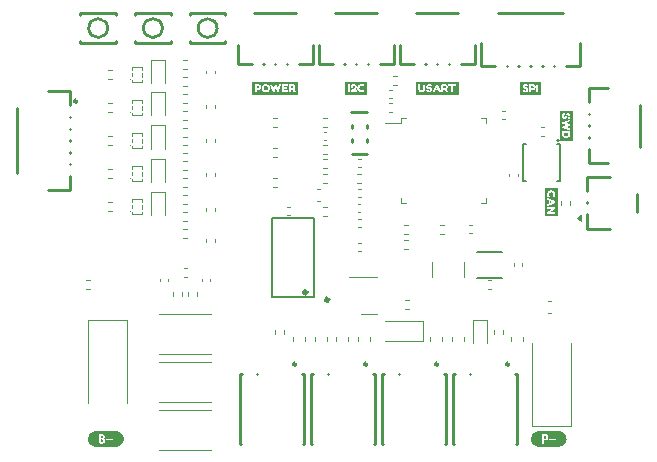
<source format=gbr>
%TF.GenerationSoftware,KiCad,Pcbnew,7.0.6*%
%TF.CreationDate,2024-01-08T01:59:36+08:00*%
%TF.ProjectId,CawBMS,43617742-4d53-42e6-9b69-6361645f7063,rev?*%
%TF.SameCoordinates,Original*%
%TF.FileFunction,Legend,Top*%
%TF.FilePolarity,Positive*%
%FSLAX46Y46*%
G04 Gerber Fmt 4.6, Leading zero omitted, Abs format (unit mm)*
G04 Created by KiCad (PCBNEW 7.0.6) date 2024-01-08 01:59:36*
%MOMM*%
%LPD*%
G01*
G04 APERTURE LIST*
%ADD10C,0.254000*%
%ADD11C,0.120000*%
%ADD12C,0.102000*%
%ADD13C,0.100000*%
%ADD14C,0.152000*%
%ADD15C,0.150000*%
%ADD16C,0.300000*%
G04 APERTURE END LIST*
%TO.C,kibuzzard-658FE679*%
G36*
X130954780Y-98645504D02*
G01*
X130982402Y-98708845D01*
X130954780Y-98771710D01*
X130898582Y-98792665D01*
X130778567Y-98792665D01*
X130778567Y-98624072D01*
X130897630Y-98624072D01*
X130954780Y-98645504D01*
G37*
G36*
X133855142Y-98645504D02*
G01*
X133882765Y-98708845D01*
X133855142Y-98771710D01*
X133799897Y-98792665D01*
X133677977Y-98792665D01*
X133677977Y-98624072D01*
X133797992Y-98624072D01*
X133855142Y-98645504D01*
G37*
G36*
X131606885Y-98628597D02*
G01*
X131664869Y-98667887D01*
X131695296Y-98706622D01*
X131713552Y-98752977D01*
X131719637Y-98806952D01*
X131713605Y-98860822D01*
X131695507Y-98906859D01*
X131665345Y-98945065D01*
X131607719Y-98983641D01*
X131543425Y-98996500D01*
X131479012Y-98983284D01*
X131421029Y-98943636D01*
X131390602Y-98904848D01*
X131372345Y-98858970D01*
X131366260Y-98806000D01*
X131372292Y-98753030D01*
X131390390Y-98707152D01*
X131420552Y-98668364D01*
X131478179Y-98628716D01*
X131542472Y-98615500D01*
X131606885Y-98628597D01*
G37*
G36*
X134256463Y-99363530D02*
G01*
X134058025Y-99363530D01*
X133949916Y-99363530D01*
X133362700Y-99363530D01*
X132574506Y-99363530D01*
X131545330Y-99363530D01*
X130693795Y-99363530D01*
X130609975Y-99363530D01*
X130411537Y-99363530D01*
X130411537Y-99067938D01*
X130609975Y-99067938D01*
X130615690Y-99117468D01*
X130640931Y-99143899D01*
X130693795Y-99152710D01*
X130742849Y-99146281D01*
X130768090Y-99126992D01*
X130777139Y-99101751D01*
X130778567Y-99068890D01*
X130778567Y-98961258D01*
X130897630Y-98961258D01*
X130953510Y-98954484D01*
X131008120Y-98934164D01*
X131061460Y-98900297D01*
X131096941Y-98865650D01*
X131125277Y-98820764D01*
X131128783Y-98810762D01*
X131197667Y-98810762D01*
X131204008Y-98880652D01*
X131223028Y-98945541D01*
X131254728Y-99005430D01*
X131299109Y-99060317D01*
X131352538Y-99106157D01*
X131411385Y-99138899D01*
X131475649Y-99158544D01*
X131545330Y-99165093D01*
X131614862Y-99158455D01*
X131678680Y-99138542D01*
X131736782Y-99105353D01*
X131789170Y-99058889D01*
X131832509Y-99002989D01*
X131863465Y-98941493D01*
X131882039Y-98874401D01*
X131888230Y-98801714D01*
X131881741Y-98729294D01*
X131862274Y-98663006D01*
X131829830Y-98602850D01*
X131784407Y-98548825D01*
X131749652Y-98520250D01*
X131926330Y-98520250D01*
X131936807Y-98566922D01*
X132120640Y-99095560D01*
X132127307Y-99109848D01*
X132153501Y-99138423D01*
X132203507Y-99152710D01*
X132255895Y-99130803D01*
X132271135Y-99111753D01*
X132279707Y-99095560D01*
X132284622Y-99081006D01*
X132297843Y-99041915D01*
X132319370Y-98978288D01*
X132349202Y-98890125D01*
X132387340Y-98777425D01*
X132498782Y-99106038D01*
X132525929Y-99136994D01*
X132574506Y-99152710D01*
X132623084Y-99136994D01*
X132648325Y-99111753D01*
X132654992Y-99095560D01*
X132664218Y-99068890D01*
X132901690Y-99068890D01*
X132907405Y-99117468D01*
X132932646Y-99144614D01*
X132985510Y-99153663D01*
X133362700Y-99153663D01*
X133412230Y-99147948D01*
X133438662Y-99122706D01*
X133447472Y-99069842D01*
X133447222Y-99067938D01*
X133509385Y-99067938D01*
X133515100Y-99117468D01*
X133540341Y-99143899D01*
X133593205Y-99152710D01*
X133642259Y-99146281D01*
X133667500Y-99126992D01*
X133676549Y-99101751D01*
X133677977Y-99068890D01*
X133677977Y-98961258D01*
X133797992Y-98961258D01*
X133827520Y-98959352D01*
X133864562Y-99047088D01*
X133889327Y-99104556D01*
X133901815Y-99131755D01*
X133919436Y-99150329D01*
X133949916Y-99159377D01*
X133998970Y-99146042D01*
X134043261Y-99118420D01*
X134058025Y-99085082D01*
X134043737Y-99035553D01*
X134017067Y-98974910D01*
X133995477Y-98925062D01*
X133978967Y-98886010D01*
X134018655Y-98835422D01*
X134042467Y-98776367D01*
X134050405Y-98708845D01*
X134044214Y-98649790D01*
X134025640Y-98596450D01*
X133997541Y-98551206D01*
X133962775Y-98516440D01*
X133909541Y-98482573D01*
X133855248Y-98462253D01*
X133799897Y-98455480D01*
X133594157Y-98455480D01*
X133545104Y-98461909D01*
X133519862Y-98481197D01*
X133510814Y-98506439D01*
X133509385Y-98539300D01*
X133509385Y-99067938D01*
X133447222Y-99067938D01*
X133441043Y-99020789D01*
X133421755Y-98995547D01*
X133396514Y-98986499D01*
X133363652Y-98985070D01*
X133070282Y-98985070D01*
X133070282Y-98888867D01*
X133256973Y-98888867D01*
X133306502Y-98883153D01*
X133333649Y-98857911D01*
X133342697Y-98805047D01*
X133336268Y-98755994D01*
X133316980Y-98730752D01*
X133291739Y-98721704D01*
X133258878Y-98720275D01*
X133070282Y-98720275D01*
X133070282Y-98624072D01*
X133362700Y-98624072D01*
X133412230Y-98618357D01*
X133438662Y-98593116D01*
X133447472Y-98540253D01*
X133441043Y-98491199D01*
X133421755Y-98465958D01*
X133396514Y-98456909D01*
X133363652Y-98455480D01*
X132988367Y-98455480D01*
X132919787Y-98473101D01*
X132901690Y-98539300D01*
X132901690Y-99068890D01*
X132664218Y-99068890D01*
X132837872Y-98566922D01*
X132849302Y-98520250D01*
X132833348Y-98485960D01*
X132785485Y-98459290D01*
X132740717Y-98449765D01*
X132708809Y-98459766D01*
X132691188Y-98480245D01*
X132678805Y-98512630D01*
X132574030Y-98832670D01*
X132464492Y-98502152D01*
X132437822Y-98471196D01*
X132392579Y-98455480D01*
X132353050Y-98462147D01*
X132323284Y-98483579D01*
X132304472Y-98517392D01*
X132200650Y-98830765D01*
X132095875Y-98512630D01*
X132074444Y-98465958D01*
X132040154Y-98450717D01*
X131990147Y-98460242D01*
X131942284Y-98486198D01*
X131926330Y-98520250D01*
X131749652Y-98520250D01*
X131730175Y-98504236D01*
X131671298Y-98472387D01*
X131607778Y-98453277D01*
X131539615Y-98446907D01*
X131474845Y-98453575D01*
X131411980Y-98473577D01*
X131353639Y-98505248D01*
X131302442Y-98546920D01*
X131259580Y-98599188D01*
X131226242Y-98662649D01*
X131204811Y-98734205D01*
X131197667Y-98810762D01*
X131128783Y-98810762D01*
X131143851Y-98767781D01*
X131150042Y-98708845D01*
X131143851Y-98649790D01*
X131125277Y-98596450D01*
X131096941Y-98551206D01*
X131061460Y-98516440D01*
X131008226Y-98482573D01*
X130953933Y-98462253D01*
X130898582Y-98455480D01*
X130694747Y-98455480D01*
X130645694Y-98461909D01*
X130620452Y-98481197D01*
X130611404Y-98506439D01*
X130609975Y-98539300D01*
X130609975Y-99067938D01*
X130411537Y-99067938D01*
X130411537Y-98248470D01*
X130609975Y-98248470D01*
X134058025Y-98248470D01*
X134256463Y-98248470D01*
X134256463Y-99363530D01*
G37*
D10*
%TO.C,Q6*%
X134772000Y-128981000D02*
X134711000Y-128981000D01*
X134772000Y-122987000D02*
X134772000Y-128981000D01*
X134772000Y-122987000D02*
X134591000Y-122987000D01*
X130839000Y-122987000D02*
X130781000Y-122987000D01*
X129569000Y-122987000D02*
X129388000Y-122987000D01*
X129449000Y-128981000D02*
X129388000Y-128981000D01*
X129388000Y-128981000D02*
X129388000Y-122987000D01*
X134102000Y-122184000D02*
G75*
G03*
X134102000Y-122184000I-122000J0D01*
G01*
D11*
%TO.C,D12*%
X150263176Y-118426000D02*
X149063176Y-118426000D01*
X150263176Y-120386000D02*
X150263176Y-118426000D01*
X149063176Y-120386000D02*
X149063176Y-118426000D01*
%TO.C,C3*%
X151522165Y-100732000D02*
X151753835Y-100732000D01*
X151522165Y-101452000D02*
X151753835Y-101452000D01*
%TO.C,R21*%
X124516879Y-102158444D02*
X124852121Y-102158444D01*
X124516879Y-102918444D02*
X124852121Y-102918444D01*
%TO.C,R34*%
X122534936Y-126052000D02*
X126889064Y-126052000D01*
X122534936Y-129472000D02*
X126889064Y-129472000D01*
D10*
%TO.C,CN1*%
X135509000Y-96727000D02*
X135509000Y-95158000D01*
X134315000Y-96727000D02*
X135509000Y-96727000D01*
X134103000Y-92427000D02*
X130565000Y-92427000D01*
X133315000Y-96727000D02*
X133353000Y-96727000D01*
X132315000Y-96727000D02*
X132353000Y-96727000D01*
X131315000Y-96727000D02*
X131353000Y-96727000D01*
X130353000Y-96727000D02*
X129159000Y-96727000D01*
X129159000Y-96727000D02*
X129159000Y-95158000D01*
D11*
%TO.C,R27*%
X124516879Y-110745000D02*
X124852121Y-110745000D01*
X124516879Y-111505000D02*
X124852121Y-111505000D01*
%TO.C,C10*%
X127233000Y-100233665D02*
X127233000Y-100465335D01*
X126513000Y-100233665D02*
X126513000Y-100465335D01*
D10*
%TO.C,Q8*%
X146794666Y-128981000D02*
X146733666Y-128981000D01*
X146794666Y-122987000D02*
X146794666Y-128981000D01*
X146794666Y-122987000D02*
X146613666Y-122987000D01*
X142861666Y-122987000D02*
X142803666Y-122987000D01*
X141591666Y-122987000D02*
X141410666Y-122987000D01*
X141471666Y-128981000D02*
X141410666Y-128981000D01*
X141410666Y-128981000D02*
X141410666Y-122987000D01*
X146124666Y-122184000D02*
G75*
G03*
X146124666Y-122184000I-122000J0D01*
G01*
D11*
%TO.C,R24*%
X124516879Y-106433777D02*
X124852121Y-106433777D01*
X124516879Y-107193777D02*
X124852121Y-107193777D01*
D10*
%TO.C,SW1*%
X123483500Y-94976000D02*
X120483500Y-94976000D01*
X123483500Y-94976000D02*
X120483500Y-94976000D01*
X123483500Y-94807200D02*
X123483500Y-94976000D01*
X123483500Y-92476000D02*
X123483500Y-92639100D01*
X123483500Y-92476000D02*
X120483500Y-92476000D01*
X120483500Y-94976000D02*
X120483500Y-94807100D01*
X120483500Y-92644800D02*
X120483500Y-92476000D01*
X120483500Y-92476000D02*
X123483500Y-92476000D01*
X122783600Y-93726000D02*
G75*
G03*
X122783600Y-93726000I-800100J0D01*
G01*
D11*
%TO.C,D9*%
X119760000Y-118426000D02*
X116460000Y-118426000D01*
X119760000Y-118426000D02*
X119760000Y-125436000D01*
X116460000Y-118426000D02*
X116460000Y-125436000D01*
%TO.C,C26*%
X140398088Y-119894733D02*
X140398088Y-120187267D01*
X139378088Y-119894733D02*
X139378088Y-120187267D01*
%TO.C,R37*%
X116332379Y-115063000D02*
X116667621Y-115063000D01*
X116332379Y-115823000D02*
X116667621Y-115823000D01*
%TO.C,R40*%
X150849448Y-119658621D02*
X150849448Y-119323379D01*
X151609448Y-119658621D02*
X151609448Y-119323379D01*
%TO.C,D4*%
X122998500Y-96403000D02*
X121798500Y-96403000D01*
X122998500Y-98363000D02*
X122998500Y-96403000D01*
X121798500Y-98363000D02*
X121798500Y-96403000D01*
%TO.C,R16*%
X118196379Y-108459000D02*
X118531621Y-108459000D01*
X118196379Y-109219000D02*
X118531621Y-109219000D01*
%TO.C,C23*%
X126852000Y-114946165D02*
X126852000Y-115177835D01*
X126132000Y-114946165D02*
X126132000Y-115177835D01*
%TO.C,L2*%
X145579000Y-114775064D02*
X145579000Y-113570936D01*
X148299000Y-114775064D02*
X148299000Y-113570936D01*
%TO.C,D8*%
X122998500Y-107579000D02*
X121798500Y-107579000D01*
X122998500Y-109539000D02*
X122998500Y-107579000D01*
X121798500Y-109539000D02*
X121798500Y-107579000D01*
%TO.C,L1*%
X139353800Y-108606000D02*
X139554200Y-108606000D01*
X139353800Y-109326000D02*
X139554200Y-109326000D01*
%TO.C,D11*%
X144885000Y-120230000D02*
X144885000Y-118530000D01*
X144885000Y-120230000D02*
X141625000Y-120230000D01*
X144885000Y-118530000D02*
X141625000Y-118530000D01*
%TO.C,C18*%
X139561835Y-112628000D02*
X139330165Y-112628000D01*
X139561835Y-111908000D02*
X139330165Y-111908000D01*
%TO.C,C28*%
X155428733Y-116838000D02*
X155721267Y-116838000D01*
X155428733Y-117858000D02*
X155721267Y-117858000D01*
%TO.C,R12*%
X118196379Y-97283000D02*
X118531621Y-97283000D01*
X118196379Y-98043000D02*
X118531621Y-98043000D01*
%TO.C,R25*%
X124516879Y-107858888D02*
X124852121Y-107858888D01*
X124516879Y-108618888D02*
X124852121Y-108618888D01*
D12*
%TO.C,Q1*%
X120220500Y-97029000D02*
X120220500Y-97286000D01*
X120220500Y-97491000D02*
X120220500Y-97563000D01*
X120220500Y-97491000D02*
X120220500Y-97600000D01*
X120220500Y-97491000D02*
X120220500Y-97763000D01*
X120220500Y-98114000D02*
X120220500Y-98299000D01*
X120220500Y-98299000D02*
X121020500Y-98299000D01*
X121020500Y-97029000D02*
X120220500Y-97029000D01*
X121020500Y-97283000D02*
X121020500Y-97029000D01*
X121020500Y-97542000D02*
X121020500Y-97493000D01*
X121020500Y-97764000D02*
X121020500Y-97493000D01*
X121020500Y-97764000D02*
X121020500Y-97493000D01*
X121020500Y-97764000D02*
X121020500Y-97832000D01*
X121020500Y-98143000D02*
X121020500Y-98299000D01*
D13*
X120162500Y-98044000D02*
G75*
G03*
X120162500Y-98044000I-50000J0D01*
G01*
D11*
%TO.C,R38*%
X136394879Y-101347000D02*
X136730121Y-101347000D01*
X136394879Y-102107000D02*
X136730121Y-102107000D01*
%TO.C,C12*%
X127233000Y-106036665D02*
X127233000Y-106268335D01*
X126513000Y-106036665D02*
X126513000Y-106268335D01*
D10*
%TO.C,CN2*%
X142367000Y-96727000D02*
X142367000Y-95158000D01*
X141173000Y-96727000D02*
X142367000Y-96727000D01*
X140961000Y-92427000D02*
X137423000Y-92427000D01*
X140173000Y-96727000D02*
X140211000Y-96727000D01*
X139173000Y-96727000D02*
X139211000Y-96727000D01*
X138173000Y-96727000D02*
X138211000Y-96727000D01*
X137211000Y-96727000D02*
X136017000Y-96727000D01*
X136017000Y-96727000D02*
X136017000Y-95158000D01*
D11*
%TO.C,C6*%
X139569835Y-108056000D02*
X139338165Y-108056000D01*
X139569835Y-107336000D02*
X139338165Y-107336000D01*
%TO.C,kibuzzard-6577EBAB*%
G36*
X146076194Y-98866960D02*
G01*
X145949511Y-98866960D01*
X146012376Y-98736468D01*
X146076194Y-98866960D01*
G37*
G36*
X146761041Y-98648361D02*
G01*
X146788664Y-98711703D01*
X146761041Y-98774568D01*
X146705796Y-98795523D01*
X146583876Y-98795523D01*
X146583876Y-98626930D01*
X146703891Y-98626930D01*
X146761041Y-98648361D01*
G37*
G36*
X147858639Y-99366388D02*
G01*
X147660201Y-99366388D01*
X147325874Y-99366388D01*
X146855815Y-99366388D01*
X146256692Y-99366388D01*
X145370391Y-99366388D01*
X144746027Y-99366388D01*
X144439799Y-99366388D01*
X144241361Y-99366388D01*
X144241361Y-98828860D01*
X144439799Y-98828860D01*
X144444621Y-98891011D01*
X144459087Y-98949828D01*
X144483197Y-99005311D01*
X144516951Y-99057460D01*
X144559695Y-99102228D01*
X144613630Y-99137470D01*
X144676495Y-99160330D01*
X144746027Y-99167950D01*
X144815679Y-99160449D01*
X144878901Y-99137946D01*
X144933432Y-99103299D01*
X144977009Y-99059365D01*
X145011180Y-99006501D01*
X145012431Y-99003644D01*
X145117026Y-99003644D01*
X145141791Y-99058413D01*
X145150364Y-99068890D01*
X145177986Y-99097942D01*
X145220849Y-99127945D01*
X145285619Y-99155091D01*
X145326814Y-99163307D01*
X145370391Y-99166045D01*
X145427647Y-99160436D01*
X145482575Y-99143609D01*
X145535174Y-99115563D01*
X145567347Y-99087940D01*
X145662809Y-99087940D01*
X145676620Y-99120325D01*
X145718054Y-99148900D01*
X145769012Y-99165093D01*
X145799492Y-99156044D01*
X145816637Y-99138423D01*
X145831401Y-99110800D01*
X145880931Y-99007930D01*
X146144774Y-99007930D01*
X146194304Y-99110800D01*
X146209067Y-99139375D01*
X146226212Y-99157473D01*
X146256692Y-99166045D01*
X146307651Y-99149853D01*
X146349085Y-99120563D01*
X146362896Y-99087940D01*
X146357181Y-99070795D01*
X146415284Y-99070795D01*
X146420999Y-99120325D01*
X146446240Y-99146757D01*
X146499104Y-99155568D01*
X146548158Y-99149138D01*
X146573399Y-99129850D01*
X146582447Y-99104609D01*
X146583876Y-99071748D01*
X146583876Y-98964115D01*
X146703891Y-98964115D01*
X146733419Y-98962210D01*
X146770460Y-99049946D01*
X146795225Y-99107414D01*
X146807714Y-99134613D01*
X146825335Y-99153187D01*
X146855815Y-99162235D01*
X146904869Y-99148900D01*
X146949160Y-99121278D01*
X146963924Y-99087940D01*
X146949636Y-99038410D01*
X146922966Y-98977768D01*
X146901376Y-98927920D01*
X146884866Y-98888868D01*
X146924554Y-98838279D01*
X146948366Y-98779224D01*
X146956304Y-98711703D01*
X146950112Y-98652648D01*
X146931539Y-98599308D01*
X146903440Y-98554064D01*
X146875341Y-98525965D01*
X146992499Y-98525965D01*
X146997261Y-98565970D01*
X147016311Y-98588354D01*
X147061079Y-98595498D01*
X147243959Y-98595498D01*
X147243959Y-99073653D01*
X147245387Y-99106514D01*
X147253960Y-99131279D01*
X147278725Y-99150805D01*
X147325874Y-99156520D01*
X147373499Y-99150805D01*
X147398740Y-99131279D01*
X147407313Y-99106990D01*
X147408741Y-99074605D01*
X147408741Y-98595498D01*
X147590669Y-98595498D01*
X147639246Y-98586925D01*
X147655439Y-98566446D01*
X147660201Y-98526918D01*
X147655439Y-98486913D01*
X147636389Y-98464529D01*
X147591621Y-98457385D01*
X147062031Y-98457385D01*
X147013454Y-98465958D01*
X146997261Y-98486436D01*
X146992499Y-98525965D01*
X146875341Y-98525965D01*
X146868674Y-98519298D01*
X146815440Y-98485431D01*
X146761147Y-98465111D01*
X146705796Y-98458338D01*
X146500056Y-98458338D01*
X146451002Y-98464767D01*
X146425761Y-98484055D01*
X146416712Y-98509296D01*
X146415284Y-98542158D01*
X146415284Y-99070795D01*
X146357181Y-99070795D01*
X146346704Y-99039363D01*
X146089529Y-98507868D01*
X146058096Y-98470720D01*
X146013329Y-98458338D01*
X145968085Y-98471673D01*
X145936176Y-98506915D01*
X145679001Y-99039363D01*
X145662809Y-99087940D01*
X145567347Y-99087940D01*
X145571369Y-99084487D01*
X145599944Y-99042697D01*
X145618517Y-98991857D01*
X145624709Y-98933635D01*
X145618637Y-98876604D01*
X145600420Y-98829336D01*
X145573155Y-98793261D01*
X145539936Y-98769805D01*
X145502074Y-98753970D01*
X145460879Y-98740754D01*
X145419683Y-98730396D01*
X145381821Y-98723133D01*
X145321337Y-98701225D01*
X145297049Y-98658839D01*
X145317527Y-98617881D01*
X145368962Y-98603118D01*
X145419921Y-98615500D01*
X145434685Y-98627883D01*
X145445639Y-98637408D01*
X145495169Y-98656458D01*
X145528982Y-98644552D01*
X145561844Y-98608833D01*
X145584704Y-98556445D01*
X145555176Y-98509773D01*
X145531364Y-98491675D01*
X145466117Y-98461671D01*
X145416468Y-98450599D01*
X145361819Y-98446908D01*
X145295091Y-98453840D01*
X145238417Y-98474636D01*
X145191797Y-98509296D01*
X145157137Y-98553270D01*
X145136341Y-98602006D01*
X145129409Y-98655505D01*
X145135481Y-98712060D01*
X145153697Y-98759804D01*
X145180963Y-98797309D01*
X145214181Y-98823145D01*
X145251805Y-98841838D01*
X145292286Y-98857911D01*
X145332767Y-98870651D01*
X145370391Y-98879343D01*
X145430875Y-98900774D01*
X145455164Y-98937445D01*
X145445321Y-98977662D01*
X145415794Y-99001792D01*
X145366581Y-99009835D01*
X145320861Y-98995071D01*
X145282761Y-98964115D01*
X145240375Y-98928396D01*
X145208466Y-98916490D01*
X145157984Y-98939350D01*
X145127266Y-98975426D01*
X145117026Y-99003644D01*
X145012431Y-99003644D01*
X145035587Y-98950780D01*
X145050232Y-98892201D01*
X145055114Y-98830765D01*
X145055114Y-98543110D01*
X145049399Y-98493580D01*
X145037016Y-98473578D01*
X145012251Y-98462148D01*
X144968912Y-98457385D01*
X144923669Y-98463100D01*
X144896046Y-98484055D01*
X144886521Y-98536443D01*
X144886521Y-98827908D01*
X144877949Y-98891487D01*
X144852231Y-98946970D01*
X144809131Y-98985546D01*
X144748409Y-98998405D01*
X144680781Y-98982213D01*
X144637919Y-98939350D01*
X144616487Y-98885534D01*
X144609344Y-98828860D01*
X144609344Y-98543110D01*
X144597914Y-98483103D01*
X144573149Y-98463100D01*
X144524571Y-98457385D01*
X144475994Y-98463100D01*
X144450276Y-98483103D01*
X144441227Y-98508344D01*
X144439799Y-98542158D01*
X144439799Y-98828860D01*
X144241361Y-98828860D01*
X144241361Y-98248470D01*
X144439799Y-98248470D01*
X147660201Y-98248470D01*
X147858639Y-98248470D01*
X147858639Y-99366388D01*
G37*
%TO.C,R28*%
X136730121Y-106806000D02*
X136394879Y-106806000D01*
X136730121Y-106046000D02*
X136394879Y-106046000D01*
%TO.C,R5*%
X143550621Y-112394000D02*
X143215379Y-112394000D01*
X143550621Y-111634000D02*
X143215379Y-111634000D01*
%TO.C,C27*%
X152315720Y-120187267D02*
X152315720Y-119894733D01*
X153335720Y-120187267D02*
X153335720Y-119894733D01*
D10*
%TO.C,Q9*%
X152806000Y-128981000D02*
X152745000Y-128981000D01*
X152806000Y-122987000D02*
X152806000Y-128981000D01*
X152806000Y-122987000D02*
X152625000Y-122987000D01*
X148873000Y-122987000D02*
X148815000Y-122987000D01*
X147603000Y-122987000D02*
X147422000Y-122987000D01*
X147483000Y-128981000D02*
X147422000Y-128981000D01*
X147422000Y-128981000D02*
X147422000Y-122987000D01*
X152136000Y-122184000D02*
G75*
G03*
X152136000Y-122184000I-122000J0D01*
G01*
D12*
%TO.C,Q2*%
X120220500Y-99823000D02*
X120220500Y-100080000D01*
X120220500Y-100285000D02*
X120220500Y-100357000D01*
X120220500Y-100285000D02*
X120220500Y-100394000D01*
X120220500Y-100285000D02*
X120220500Y-100557000D01*
X120220500Y-100908000D02*
X120220500Y-101093000D01*
X120220500Y-101093000D02*
X121020500Y-101093000D01*
X121020500Y-99823000D02*
X120220500Y-99823000D01*
X121020500Y-100077000D02*
X121020500Y-99823000D01*
X121020500Y-100336000D02*
X121020500Y-100287000D01*
X121020500Y-100558000D02*
X121020500Y-100287000D01*
X121020500Y-100558000D02*
X121020500Y-100287000D01*
X121020500Y-100558000D02*
X121020500Y-100626000D01*
X121020500Y-100937000D02*
X121020500Y-101093000D01*
D13*
X120162500Y-100838000D02*
G75*
G03*
X120162500Y-100838000I-50000J0D01*
G01*
D11*
%TO.C,C5*%
X154824165Y-102129000D02*
X155055835Y-102129000D01*
X154824165Y-102849000D02*
X155055835Y-102849000D01*
D10*
%TO.C,SW2*%
X125119000Y-92476000D02*
X128119000Y-92476000D01*
X125119000Y-92476000D02*
X128119000Y-92476000D01*
X125119000Y-92644800D02*
X125119000Y-92476000D01*
X125119000Y-94976000D02*
X125119000Y-94812900D01*
X125119000Y-94976000D02*
X128119000Y-94976000D01*
X128119000Y-92476000D02*
X128119000Y-92644900D01*
X128119000Y-94807200D02*
X128119000Y-94976000D01*
X128119000Y-94976000D02*
X125119000Y-94976000D01*
X127419100Y-93726000D02*
G75*
G03*
X127419100Y-93726000I-800100J0D01*
G01*
D11*
%TO.C,R20*%
X124516879Y-100733333D02*
X124852121Y-100733333D01*
X124516879Y-101493333D02*
X124852121Y-101493333D01*
%TO.C,D10*%
X154052000Y-127401000D02*
X157352000Y-127401000D01*
X154052000Y-127401000D02*
X154052000Y-120391000D01*
X157352000Y-127401000D02*
X157352000Y-120391000D01*
D10*
%TO.C,CN3*%
X158179000Y-96901000D02*
X158179000Y-95030000D01*
X158179000Y-96901000D02*
X156937000Y-96901000D01*
X155975000Y-96901000D02*
X155937000Y-96901000D01*
X154975000Y-96901000D02*
X154937000Y-96901000D01*
X153975000Y-96901000D02*
X153937000Y-96901000D01*
X152975000Y-96901000D02*
X152937000Y-96901000D01*
X151975000Y-96901000D02*
X151937000Y-96901000D01*
X151187000Y-92456000D02*
X156725000Y-92456000D01*
X150975000Y-96901000D02*
X149733000Y-96901000D01*
X149733000Y-96901000D02*
X149733000Y-95030000D01*
D12*
%TO.C,Q5*%
X120220500Y-108205000D02*
X120220500Y-108462000D01*
X120220500Y-108667000D02*
X120220500Y-108739000D01*
X120220500Y-108667000D02*
X120220500Y-108776000D01*
X120220500Y-108667000D02*
X120220500Y-108939000D01*
X120220500Y-109290000D02*
X120220500Y-109475000D01*
X120220500Y-109475000D02*
X121020500Y-109475000D01*
X121020500Y-108205000D02*
X120220500Y-108205000D01*
X121020500Y-108459000D02*
X121020500Y-108205000D01*
X121020500Y-108718000D02*
X121020500Y-108669000D01*
X121020500Y-108940000D02*
X121020500Y-108669000D01*
X121020500Y-108940000D02*
X121020500Y-108669000D01*
X121020500Y-108940000D02*
X121020500Y-109008000D01*
X121020500Y-109319000D02*
X121020500Y-109475000D01*
D13*
X120162500Y-109220000D02*
G75*
G03*
X120162500Y-109220000I-50000J0D01*
G01*
D11*
%TO.C,C11*%
X127233000Y-103135165D02*
X127233000Y-103366835D01*
X126513000Y-103135165D02*
X126513000Y-103366835D01*
%TO.C,D7*%
X122998500Y-104773750D02*
X121798500Y-104773750D01*
X122998500Y-106733750D02*
X122998500Y-104773750D01*
X121798500Y-106733750D02*
X121798500Y-104773750D01*
D12*
%TO.C,Q3*%
X120220500Y-102617000D02*
X120220500Y-102874000D01*
X120220500Y-103079000D02*
X120220500Y-103151000D01*
X120220500Y-103079000D02*
X120220500Y-103188000D01*
X120220500Y-103079000D02*
X120220500Y-103351000D01*
X120220500Y-103702000D02*
X120220500Y-103887000D01*
X120220500Y-103887000D02*
X121020500Y-103887000D01*
X121020500Y-102617000D02*
X120220500Y-102617000D01*
X121020500Y-102871000D02*
X121020500Y-102617000D01*
X121020500Y-103130000D02*
X121020500Y-103081000D01*
X121020500Y-103352000D02*
X121020500Y-103081000D01*
X121020500Y-103352000D02*
X121020500Y-103081000D01*
X121020500Y-103352000D02*
X121020500Y-103420000D01*
X121020500Y-103731000D02*
X121020500Y-103887000D01*
D13*
X120162500Y-103632000D02*
G75*
G03*
X120162500Y-103632000I-50000J0D01*
G01*
D11*
%TO.C,R39*%
X143677621Y-117474000D02*
X143342379Y-117474000D01*
X143677621Y-116714000D02*
X143342379Y-116714000D01*
D10*
%TO.C,U5*%
X158701000Y-110700000D02*
X160670000Y-110700000D01*
X158701000Y-109480000D02*
X158701000Y-110700000D01*
X158750000Y-108519000D02*
X158750000Y-108481000D01*
X163001000Y-107731000D02*
X163001000Y-109269000D01*
X158750000Y-107519000D02*
X158750000Y-107481000D01*
X158750000Y-107519000D02*
X158750000Y-106300000D01*
X158750000Y-106519000D02*
X158750000Y-106481000D01*
X158750000Y-106300000D02*
X160669000Y-106300000D01*
D11*
X158242000Y-110064000D02*
X157861000Y-109810000D01*
X158242000Y-109556000D01*
X158242000Y-110064000D01*
G36*
X158242000Y-110064000D02*
G01*
X157861000Y-109810000D01*
X158242000Y-109556000D01*
X158242000Y-110064000D01*
G37*
D14*
%TO.C,U2*%
X156460000Y-103551000D02*
X156460000Y-106703000D01*
X156225000Y-103551000D02*
X156460000Y-103551000D01*
X153544000Y-103551000D02*
X153308000Y-103551000D01*
X153308000Y-103551000D02*
X153308000Y-106703000D01*
X156460000Y-106703000D02*
X156225000Y-106703000D01*
X153308000Y-106703000D02*
X153544000Y-106703000D01*
D15*
X156356000Y-103222000D02*
G75*
G03*
X156356000Y-103222000I-75000J0D01*
G01*
D11*
%TO.C,R29*%
X136730121Y-105536000D02*
X136394879Y-105536000D01*
X136730121Y-104776000D02*
X136394879Y-104776000D01*
%TO.C,D5*%
X122998500Y-99163250D02*
X121798500Y-99163250D01*
X122998500Y-101123250D02*
X122998500Y-99163250D01*
X121798500Y-101123250D02*
X121798500Y-99163250D01*
%TO.C,R35*%
X124969000Y-116372621D02*
X124969000Y-116037379D01*
X125729000Y-116372621D02*
X125729000Y-116037379D01*
%TO.C,C2*%
X148959835Y-111104000D02*
X148728165Y-111104000D01*
X148959835Y-110384000D02*
X148728165Y-110384000D01*
D12*
%TO.C,Q4*%
X120220500Y-105411000D02*
X120220500Y-105668000D01*
X120220500Y-105873000D02*
X120220500Y-105945000D01*
X120220500Y-105873000D02*
X120220500Y-105982000D01*
X120220500Y-105873000D02*
X120220500Y-106145000D01*
X120220500Y-106496000D02*
X120220500Y-106681000D01*
X120220500Y-106681000D02*
X121020500Y-106681000D01*
X121020500Y-105411000D02*
X120220500Y-105411000D01*
X121020500Y-105665000D02*
X121020500Y-105411000D01*
X121020500Y-105924000D02*
X121020500Y-105875000D01*
X121020500Y-106146000D02*
X121020500Y-105875000D01*
X121020500Y-106146000D02*
X121020500Y-105875000D01*
X121020500Y-106146000D02*
X121020500Y-106214000D01*
X121020500Y-106525000D02*
X121020500Y-106681000D01*
D13*
X120162500Y-106426000D02*
G75*
G03*
X120162500Y-106426000I-50000J0D01*
G01*
D11*
%TO.C,R6*%
X156540000Y-108667621D02*
X156540000Y-108332379D01*
X157300000Y-108667621D02*
X157300000Y-108332379D01*
%TO.C,R19*%
X124516879Y-99308222D02*
X124852121Y-99308222D01*
X124516879Y-100068222D02*
X124852121Y-100068222D01*
%TO.C,kibuzzard-6577EC0F*%
G36*
X157151546Y-102697280D02*
G01*
X157138568Y-102765027D01*
X157099635Y-102823486D01*
X157041413Y-102863848D01*
X156970571Y-102877303D01*
X156899967Y-102863491D01*
X156842460Y-102822058D01*
X156804241Y-102763479D01*
X156791501Y-102698233D01*
X156791501Y-102605840D01*
X157151546Y-102605840D01*
X157151546Y-102697280D01*
G37*
G36*
X157530006Y-100916105D02*
G01*
X157530006Y-103045895D01*
X157530006Y-103244333D01*
X156413994Y-103244333D01*
X156413994Y-103045895D01*
X156413994Y-102695375D01*
X156622909Y-102695375D01*
X156629398Y-102765533D01*
X156648864Y-102830273D01*
X156681309Y-102889596D01*
X156726731Y-102943501D01*
X156781232Y-102988299D01*
X156840912Y-103020297D01*
X156905771Y-103039495D01*
X156975810Y-103045895D01*
X157045581Y-103039347D01*
X157109636Y-103019701D01*
X157167977Y-102986959D01*
X157220602Y-102941120D01*
X157264150Y-102886649D01*
X157295255Y-102828011D01*
X157313918Y-102765205D01*
X157320139Y-102698233D01*
X157321091Y-102522020D01*
X157314662Y-102472966D01*
X157295374Y-102447725D01*
X157270609Y-102438676D01*
X157237271Y-102437248D01*
X156707681Y-102437248D01*
X156646721Y-102448677D01*
X156628862Y-102473919D01*
X156622909Y-102521068D01*
X156622909Y-102695375D01*
X156413994Y-102695375D01*
X156413994Y-102110064D01*
X156622909Y-102110064D01*
X156638625Y-102158641D01*
X156663866Y-102183882D01*
X156680059Y-102190550D01*
X157208696Y-102373430D01*
X157255369Y-102384860D01*
X157289659Y-102368906D01*
X157316329Y-102321042D01*
X157325854Y-102276275D01*
X157315853Y-102244366D01*
X157295374Y-102226745D01*
X157262989Y-102214362D01*
X156942949Y-102109587D01*
X157273466Y-102000050D01*
X157304423Y-101973380D01*
X157320139Y-101928136D01*
X157313471Y-101888607D01*
X157292040Y-101858842D01*
X157258226Y-101840030D01*
X156944854Y-101736208D01*
X157262989Y-101631432D01*
X157309661Y-101610001D01*
X157324901Y-101575711D01*
X157315376Y-101525705D01*
X157289421Y-101477842D01*
X157255369Y-101461887D01*
X157208696Y-101472365D01*
X156680059Y-101656197D01*
X156665771Y-101662865D01*
X156637196Y-101689059D01*
X156622909Y-101739065D01*
X156644816Y-101791452D01*
X156663866Y-101806692D01*
X156680059Y-101815265D01*
X156694613Y-101820180D01*
X156733704Y-101833401D01*
X156797331Y-101854927D01*
X156885494Y-101884759D01*
X156998194Y-101922898D01*
X156669581Y-102034340D01*
X156638625Y-102061486D01*
X156622909Y-102110064D01*
X156413994Y-102110064D01*
X156413994Y-101169470D01*
X156612431Y-101169470D01*
X156618040Y-101226726D01*
X156634868Y-101281653D01*
X156662914Y-101334252D01*
X156693989Y-101370447D01*
X156735780Y-101399022D01*
X156786620Y-101417596D01*
X156844841Y-101423787D01*
X156901872Y-101417715D01*
X156949140Y-101399499D01*
X156985216Y-101372233D01*
X157008671Y-101339015D01*
X157024507Y-101301153D01*
X157037723Y-101259957D01*
X157048081Y-101218762D01*
X157055344Y-101180900D01*
X157077251Y-101120416D01*
X157119638Y-101096127D01*
X157160595Y-101116606D01*
X157175359Y-101168041D01*
X157162976Y-101219000D01*
X157150594Y-101233764D01*
X157141069Y-101244717D01*
X157122019Y-101294247D01*
X157133925Y-101328061D01*
X157169644Y-101360922D01*
X157222031Y-101383782D01*
X157268704Y-101354255D01*
X157286801Y-101330442D01*
X157316805Y-101265196D01*
X157327878Y-101215547D01*
X157331569Y-101160897D01*
X157324637Y-101094170D01*
X157303840Y-101037496D01*
X157269180Y-100990876D01*
X157225206Y-100956216D01*
X157176470Y-100935420D01*
X157122971Y-100928487D01*
X157066417Y-100934560D01*
X157018673Y-100952776D01*
X156981168Y-100980042D01*
X156955331Y-101013260D01*
X156936638Y-101050884D01*
X156920565Y-101091365D01*
X156907825Y-101131846D01*
X156899134Y-101169470D01*
X156877702Y-101229954D01*
X156841031Y-101254242D01*
X156800815Y-101244400D01*
X156776685Y-101214872D01*
X156768641Y-101165660D01*
X156783405Y-101119940D01*
X156814361Y-101081840D01*
X156850080Y-101039454D01*
X156861986Y-101007545D01*
X156839126Y-100957062D01*
X156803050Y-100926344D01*
X156774832Y-100916105D01*
X156720064Y-100940870D01*
X156709586Y-100949442D01*
X156680535Y-100977065D01*
X156650531Y-101019927D01*
X156623385Y-101084697D01*
X156615170Y-101125893D01*
X156612431Y-101169470D01*
X156413994Y-101169470D01*
X156413994Y-100916105D01*
X156413994Y-100717667D01*
X157530006Y-100717667D01*
X157530006Y-100916105D01*
G37*
%TO.C,L3*%
X136685544Y-119869733D02*
X136685544Y-120212267D01*
X135665544Y-119869733D02*
X135665544Y-120212267D01*
%TO.C,C25*%
X137521816Y-120187267D02*
X137521816Y-119894733D01*
X138541816Y-120187267D02*
X138541816Y-119894733D01*
%TO.C,L4*%
X134829272Y-119869733D02*
X134829272Y-120212267D01*
X133809272Y-119869733D02*
X133809272Y-120212267D01*
%TO.C,C1*%
X142236835Y-100825000D02*
X142005165Y-100825000D01*
X142236835Y-100105000D02*
X142005165Y-100105000D01*
%TO.C,R22*%
X124516879Y-103583555D02*
X124852121Y-103583555D01*
X124516879Y-104343555D02*
X124852121Y-104343555D01*
%TO.C,C7*%
X152167000Y-106287835D02*
X152167000Y-106056165D01*
X152887000Y-106287835D02*
X152887000Y-106056165D01*
%TO.C,C9*%
X127233000Y-97332165D02*
X127233000Y-97563835D01*
X126513000Y-97332165D02*
X126513000Y-97563835D01*
D10*
%TO.C,CN5*%
X158924000Y-105164000D02*
X160493000Y-105164000D01*
X158924000Y-103970000D02*
X158924000Y-105164000D01*
X163224000Y-103758000D02*
X163224000Y-100220000D01*
X158924000Y-102970000D02*
X158924000Y-103008000D01*
X158924000Y-101970000D02*
X158924000Y-102008000D01*
X158924000Y-100970000D02*
X158924000Y-101008000D01*
X158924000Y-100008000D02*
X158924000Y-98814000D01*
X158924000Y-98814000D02*
X160493000Y-98814000D01*
D11*
%TO.C,C4*%
X142236835Y-99682000D02*
X142005165Y-99682000D01*
X142236835Y-98962000D02*
X142005165Y-98962000D01*
%TO.C,C22*%
X124606165Y-114075000D02*
X124837835Y-114075000D01*
X124606165Y-114795000D02*
X124837835Y-114795000D01*
%TO.C,R31*%
X123699000Y-116372621D02*
X123699000Y-116037379D01*
X124459000Y-116372621D02*
X124459000Y-116037379D01*
%TO.C,R15*%
X118196379Y-105665000D02*
X118531621Y-105665000D01*
X118196379Y-106425000D02*
X118531621Y-106425000D01*
%TO.C,R33*%
X122534936Y-121988000D02*
X126889064Y-121988000D01*
X122534936Y-125408000D02*
X126889064Y-125408000D01*
%TO.C,R9*%
X132166379Y-103882200D02*
X132501621Y-103882200D01*
X132166379Y-104642200D02*
X132501621Y-104642200D01*
%TO.C,C21*%
X122576000Y-115177835D02*
X122576000Y-114946165D01*
X123296000Y-115177835D02*
X123296000Y-114946165D01*
%TO.C,kibuzzard-65829086*%
G36*
X155214409Y-128245524D02*
G01*
X155258065Y-128266955D01*
X155286164Y-128305531D01*
X155295530Y-128364110D01*
X155286005Y-128425864D01*
X155257430Y-128466345D01*
X155210123Y-128488729D01*
X155144400Y-128496190D01*
X155080900Y-128496190D01*
X155080900Y-128242190D01*
X155119635Y-128239015D01*
X155158370Y-128238380D01*
X155214409Y-128245524D01*
G37*
G36*
X156404790Y-127841095D02*
G01*
X156469061Y-127850629D01*
X156532089Y-127866416D01*
X156593265Y-127888306D01*
X156652002Y-127916086D01*
X156707733Y-127949490D01*
X156759921Y-127988195D01*
X156808064Y-128031829D01*
X156851698Y-128079972D01*
X156890404Y-128132161D01*
X156923808Y-128187891D01*
X156951588Y-128246628D01*
X156973477Y-128307804D01*
X156989265Y-128370832D01*
X156998798Y-128435104D01*
X157001987Y-128500000D01*
X156998798Y-128564896D01*
X156989265Y-128629168D01*
X156973477Y-128692196D01*
X156951588Y-128753372D01*
X156923808Y-128812109D01*
X156890404Y-128867839D01*
X156851698Y-128920028D01*
X156808064Y-128968171D01*
X156759921Y-129011805D01*
X156707733Y-129050510D01*
X156652002Y-129083914D01*
X156593265Y-129111694D01*
X156532089Y-129133584D01*
X156469061Y-129149371D01*
X156404790Y-129158905D01*
X156339893Y-129162093D01*
X156075310Y-129162093D01*
X155875920Y-129162093D01*
X155080900Y-129162093D01*
X154924690Y-129162093D01*
X154660107Y-129162093D01*
X154595210Y-129158905D01*
X154530939Y-129149371D01*
X154467911Y-129133584D01*
X154406735Y-129111694D01*
X154347998Y-129083914D01*
X154292267Y-129050510D01*
X154240079Y-129011805D01*
X154191936Y-128968171D01*
X154148302Y-128920028D01*
X154131602Y-128897510D01*
X154924690Y-128897510D01*
X155080900Y-128897510D01*
X155080900Y-128632080D01*
X155136780Y-128632080D01*
X155188003Y-128628270D01*
X155541910Y-128628270D01*
X155741300Y-128628270D01*
X155741300Y-128849250D01*
X155875920Y-128849250D01*
X155875920Y-128628270D01*
X156075310Y-128628270D01*
X156075310Y-128500000D01*
X155875920Y-128500000D01*
X155875920Y-128279020D01*
X155741300Y-128279020D01*
X155741300Y-128500000D01*
X155541910Y-128500000D01*
X155541910Y-128628270D01*
X155188003Y-128628270D01*
X155230689Y-128625095D01*
X155309218Y-128604140D01*
X155372365Y-128569215D01*
X155418579Y-128518627D01*
X155446307Y-128450682D01*
X155455550Y-128365380D01*
X155446378Y-128280925D01*
X155418861Y-128213827D01*
X155373000Y-128164085D01*
X155310488Y-128129866D01*
X155233018Y-128109334D01*
X155140590Y-128102490D01*
X155091060Y-128103760D01*
X155033910Y-128106935D01*
X154976125Y-128112650D01*
X154924690Y-128121540D01*
X154924690Y-128897510D01*
X154131602Y-128897510D01*
X154109596Y-128867839D01*
X154076192Y-128812109D01*
X154048412Y-128753372D01*
X154026523Y-128692196D01*
X154010735Y-128629168D01*
X154001202Y-128564896D01*
X153998013Y-128500000D01*
X154001202Y-128435104D01*
X154010735Y-128370832D01*
X154026523Y-128307804D01*
X154048412Y-128246628D01*
X154076192Y-128187891D01*
X154109596Y-128132161D01*
X154148302Y-128079972D01*
X154191936Y-128031829D01*
X154240079Y-127988195D01*
X154292267Y-127949490D01*
X154347998Y-127916086D01*
X154406735Y-127888306D01*
X154467911Y-127866416D01*
X154530939Y-127850629D01*
X154595210Y-127841095D01*
X154660107Y-127837907D01*
X154924690Y-127837907D01*
X156075310Y-127837907D01*
X156339893Y-127837907D01*
X156404790Y-127841095D01*
G37*
%TO.C,kibuzzard-6577EC47*%
G36*
X155774390Y-108445141D02*
G01*
X155643897Y-108508959D01*
X155643897Y-108382276D01*
X155774390Y-108445141D01*
G37*
G36*
X156257625Y-107458351D02*
G01*
X156257625Y-109457649D01*
X156257625Y-109656086D01*
X155146375Y-109656086D01*
X155146375Y-109457649D01*
X155146375Y-109372876D01*
X155354337Y-109372876D01*
X155360767Y-109421930D01*
X155380055Y-109447171D01*
X155404820Y-109456220D01*
X155438157Y-109457649D01*
X155966795Y-109457649D01*
X156015372Y-109451934D01*
X156035375Y-109440028D01*
X156046805Y-109415263D01*
X156051568Y-109371448D01*
X156045852Y-109326204D01*
X156023469Y-109299058D01*
X155970605Y-109290009D01*
X155648660Y-109290009D01*
X155683029Y-109263762D01*
X155727717Y-109230107D01*
X155782724Y-109189044D01*
X155848050Y-109140572D01*
X155923694Y-109084692D01*
X156009658Y-109021404D01*
X156034422Y-108999496D01*
X156046329Y-108976160D01*
X156051568Y-108930916D01*
X156045852Y-108884244D01*
X156023469Y-108857098D01*
X155970605Y-108848049D01*
X155439110Y-108848049D01*
X155405772Y-108849478D01*
X155380055Y-108858526D01*
X155360767Y-108883291D01*
X155354337Y-108930916D01*
X155360767Y-108979970D01*
X155380055Y-109005211D01*
X155404820Y-109014260D01*
X155438157Y-109015689D01*
X155751530Y-109015689D01*
X155716817Y-109042306D01*
X155671097Y-109077072D01*
X155614370Y-109119988D01*
X155546637Y-109171052D01*
X155467897Y-109230266D01*
X155378150Y-109297629D01*
X155360052Y-109321441D01*
X155354337Y-109372876D01*
X155146375Y-109372876D01*
X155146375Y-108689458D01*
X155344812Y-108689458D01*
X155361005Y-108740416D01*
X155390294Y-108781850D01*
X155422917Y-108795661D01*
X155471495Y-108779469D01*
X156002990Y-108522294D01*
X156040137Y-108490861D01*
X156052520Y-108446094D01*
X156039185Y-108400850D01*
X156003943Y-108368941D01*
X155471495Y-108111766D01*
X155422917Y-108095574D01*
X155390532Y-108109385D01*
X155361957Y-108150819D01*
X155345765Y-108201778D01*
X155354814Y-108232258D01*
X155372435Y-108249403D01*
X155400057Y-108264166D01*
X155502927Y-108313696D01*
X155502927Y-108577539D01*
X155400057Y-108627069D01*
X155371482Y-108641833D01*
X155353385Y-108658978D01*
X155344812Y-108689458D01*
X155146375Y-108689458D01*
X155146375Y-107822683D01*
X155344812Y-107822683D01*
X155348622Y-107868760D01*
X155360052Y-107916504D01*
X155384817Y-107980798D01*
X155404820Y-108013659D01*
X155428632Y-108043663D01*
X155461970Y-108056521D01*
X155515310Y-108035566D01*
X155555315Y-108002467D01*
X155568650Y-107971749D01*
X155549600Y-107926029D01*
X155537217Y-107908884D01*
X155521977Y-107871260D01*
X155514357Y-107815539D01*
X155524835Y-107753864D01*
X155556267Y-107694571D01*
X155616275Y-107645994D01*
X155656875Y-107631706D01*
X155702476Y-107626944D01*
X155748077Y-107631706D01*
X155788677Y-107645994D01*
X155847732Y-107693619D01*
X155879879Y-107754103D01*
X155890595Y-107815539D01*
X155882499Y-107875546D01*
X155858210Y-107922219D01*
X155837255Y-107970796D01*
X155850114Y-108002229D01*
X155888690Y-108037471D01*
X155941554Y-108057474D01*
X155986797Y-108032709D01*
X156003943Y-108006039D01*
X156017278Y-107983179D01*
X156045376Y-107913170D01*
X156055735Y-107867331D01*
X156059188Y-107822206D01*
X156053473Y-107759447D01*
X156036328Y-107696900D01*
X156007752Y-107634564D01*
X155977868Y-107587772D01*
X155941554Y-107546458D01*
X155896786Y-107511334D01*
X155841541Y-107483116D01*
X155777605Y-107464543D01*
X155706762Y-107458351D01*
X155635206Y-107464662D01*
X155569126Y-107483593D01*
X155511500Y-107512287D01*
X155465304Y-107547886D01*
X155427918Y-107589439D01*
X155396724Y-107635993D01*
X155372673Y-107684332D01*
X155356719Y-107731242D01*
X155347789Y-107777201D01*
X155344812Y-107822683D01*
X155146375Y-107822683D01*
X155146375Y-107458351D01*
X155146375Y-107259914D01*
X156257625Y-107259914D01*
X156257625Y-107458351D01*
G37*
D14*
%TO.C,U3*%
X151571000Y-114868000D02*
X149419000Y-114868000D01*
X151571000Y-112716000D02*
X149419000Y-112716000D01*
D11*
%TO.C,R2*%
X142326379Y-97799000D02*
X142661621Y-97799000D01*
X142326379Y-98559000D02*
X142661621Y-98559000D01*
%TO.C,U1*%
X142956000Y-101300000D02*
X142956000Y-101750000D01*
X142956000Y-101750000D02*
X141666000Y-101750000D01*
X142956000Y-108520000D02*
X142956000Y-108070000D01*
X143406000Y-101300000D02*
X142956000Y-101300000D01*
X143406000Y-108520000D02*
X142956000Y-108520000D01*
X149726000Y-101300000D02*
X150176000Y-101300000D01*
X149726000Y-108520000D02*
X150176000Y-108520000D01*
X150176000Y-101300000D02*
X150176000Y-101750000D01*
X150176000Y-108520000D02*
X150176000Y-108070000D01*
D10*
%TO.C,X1*%
X140089000Y-100871000D02*
X138789000Y-100871000D01*
X140104000Y-101906000D02*
X140104000Y-102143000D01*
X138804000Y-101906000D02*
X138804000Y-102143000D01*
X140104000Y-103105000D02*
X140104000Y-103342000D01*
X138804000Y-103105000D02*
X138804000Y-103342000D01*
X138819000Y-104377000D02*
X140119000Y-104377000D01*
%TO.C,kibuzzard-6577EBC9*%
G36*
X154194316Y-98648361D02*
G01*
X154221939Y-98711702D01*
X154194316Y-98774567D01*
X154138119Y-98795522D01*
X154018104Y-98795522D01*
X154018104Y-98626930D01*
X154137166Y-98626930D01*
X154194316Y-98648361D01*
G37*
G36*
X154818521Y-99364482D02*
G01*
X154620084Y-99364482D01*
X154535311Y-99364482D01*
X153933331Y-99364482D01*
X153533281Y-99364482D01*
X153279916Y-99364482D01*
X153081479Y-99364482D01*
X153081479Y-99003644D01*
X153279916Y-99003644D01*
X153304681Y-99058412D01*
X153313254Y-99068890D01*
X153340876Y-99097941D01*
X153383739Y-99127945D01*
X153448509Y-99155091D01*
X153489704Y-99163306D01*
X153533281Y-99166045D01*
X153590537Y-99160436D01*
X153645465Y-99143608D01*
X153698064Y-99115562D01*
X153734259Y-99084487D01*
X153743621Y-99070795D01*
X153849511Y-99070795D01*
X153855226Y-99120325D01*
X153880467Y-99146757D01*
X153933331Y-99155567D01*
X153982385Y-99149138D01*
X154007626Y-99129850D01*
X154016675Y-99104609D01*
X154018104Y-99071747D01*
X154451491Y-99071747D01*
X154457206Y-99120325D01*
X154482448Y-99147471D01*
X154535311Y-99156520D01*
X154584365Y-99150090D01*
X154609606Y-99130802D01*
X154618655Y-99106037D01*
X154620084Y-99072700D01*
X154620084Y-98543110D01*
X154615321Y-98493580D01*
X154589366Y-98467148D01*
X154536264Y-98458337D01*
X154487210Y-98464767D01*
X154461969Y-98484055D01*
X154452920Y-98509296D01*
X154451491Y-98542157D01*
X154451491Y-99071747D01*
X154018104Y-99071747D01*
X154018104Y-98964115D01*
X154137166Y-98964115D01*
X154193046Y-98957341D01*
X154247656Y-98937021D01*
X154300996Y-98903155D01*
X154336477Y-98868508D01*
X154364814Y-98823621D01*
X154383388Y-98770638D01*
X154389579Y-98711702D01*
X154383388Y-98652647D01*
X154364814Y-98599307D01*
X154336477Y-98554063D01*
X154300996Y-98519297D01*
X154247762Y-98485431D01*
X154193470Y-98465111D01*
X154138119Y-98458337D01*
X153934284Y-98458337D01*
X153885230Y-98464767D01*
X153859989Y-98484055D01*
X153850940Y-98509296D01*
X153849511Y-98542157D01*
X153849511Y-99070795D01*
X153743621Y-99070795D01*
X153762834Y-99042696D01*
X153781407Y-98991856D01*
X153787599Y-98933635D01*
X153781527Y-98876604D01*
X153763310Y-98829336D01*
X153736045Y-98793260D01*
X153702826Y-98769805D01*
X153664964Y-98753969D01*
X153623769Y-98740753D01*
X153582573Y-98730395D01*
X153544711Y-98723132D01*
X153484227Y-98701225D01*
X153459939Y-98658838D01*
X153480417Y-98617881D01*
X153531852Y-98603117D01*
X153582811Y-98615500D01*
X153597575Y-98627882D01*
X153608529Y-98637407D01*
X153658059Y-98656457D01*
X153691872Y-98644551D01*
X153724734Y-98608832D01*
X153747594Y-98556445D01*
X153718066Y-98509772D01*
X153694254Y-98491675D01*
X153629007Y-98461671D01*
X153579358Y-98450598D01*
X153524709Y-98446907D01*
X153457981Y-98453839D01*
X153401307Y-98474636D01*
X153354687Y-98509296D01*
X153320027Y-98553270D01*
X153299231Y-98602006D01*
X153292299Y-98655505D01*
X153298371Y-98712059D01*
X153316587Y-98759803D01*
X153343853Y-98797308D01*
X153377071Y-98823145D01*
X153414695Y-98841838D01*
X153455176Y-98857911D01*
X153495657Y-98870651D01*
X153533281Y-98879342D01*
X153593765Y-98900774D01*
X153618054Y-98937445D01*
X153608211Y-98977661D01*
X153578684Y-99001791D01*
X153529471Y-99009835D01*
X153483751Y-98995071D01*
X153445651Y-98964115D01*
X153403265Y-98928396D01*
X153371356Y-98916490D01*
X153320874Y-98939350D01*
X153290156Y-98975426D01*
X153279916Y-99003644D01*
X153081479Y-99003644D01*
X153081479Y-98248470D01*
X153279916Y-98248470D01*
X154620084Y-98248470D01*
X154818521Y-98248470D01*
X154818521Y-99364482D01*
G37*
D11*
%TO.C,R30*%
X136357379Y-108840000D02*
X136692621Y-108840000D01*
X136357379Y-109600000D02*
X136692621Y-109600000D01*
%TO.C,R26*%
X124516879Y-109284000D02*
X124852121Y-109284000D01*
X124516879Y-110044000D02*
X124852121Y-110044000D01*
D14*
%TO.C,U4*%
X132095000Y-116491000D02*
X132095000Y-109839000D01*
X135637000Y-116491000D02*
X132095000Y-116491000D01*
X132095000Y-109839000D02*
X135637000Y-109839000D01*
X135637000Y-109839000D02*
X135637000Y-116491000D01*
D16*
X136887000Y-116724000D02*
G75*
G03*
X136887000Y-116724000I-150000J0D01*
G01*
X135035000Y-116090000D02*
G75*
G03*
X135035000Y-116090000I-150000J0D01*
G01*
%TO.C,kibuzzard-658FE662*%
G36*
X140095287Y-99363530D02*
G01*
X139896850Y-99363530D01*
X139662059Y-99363530D01*
X139173903Y-99363530D01*
X138570970Y-99363530D01*
X138487150Y-99363530D01*
X138288713Y-99363530D01*
X138288713Y-99070795D01*
X138487150Y-99070795D01*
X138492865Y-99119373D01*
X138518106Y-99146519D01*
X138570970Y-99155568D01*
X138620024Y-99149138D01*
X138645265Y-99129850D01*
X138654314Y-99105085D01*
X138655742Y-99071747D01*
X138717655Y-99071747D01*
X138742420Y-99131755D01*
X138801475Y-99157473D01*
X139173903Y-99157473D01*
X139232958Y-99146043D01*
X139253436Y-99121278D01*
X139259628Y-99073176D01*
X139253913Y-99024599D01*
X139231529Y-98996976D01*
X139175808Y-98987928D01*
X139001500Y-98987928D01*
X139001500Y-98983165D01*
X139025313Y-98973640D01*
X139084368Y-98941493D01*
X139151042Y-98888868D01*
X139181999Y-98854578D01*
X139208193Y-98810763D01*
X139210914Y-98803143D01*
X139297728Y-98803143D01*
X139304038Y-98874699D01*
X139322969Y-98940779D01*
X139351663Y-98998405D01*
X139387263Y-99044601D01*
X139428815Y-99081987D01*
X139475369Y-99113181D01*
X139523708Y-99137232D01*
X139570619Y-99153186D01*
X139616577Y-99162116D01*
X139662059Y-99165093D01*
X139708136Y-99161283D01*
X139755880Y-99149853D01*
X139820174Y-99125088D01*
X139853035Y-99105085D01*
X139883039Y-99081273D01*
X139895898Y-99047935D01*
X139874942Y-98994595D01*
X139841843Y-98954590D01*
X139811125Y-98941255D01*
X139765405Y-98960305D01*
X139748260Y-98972688D01*
X139710636Y-98987928D01*
X139654915Y-98995548D01*
X139593241Y-98985070D01*
X139533948Y-98953638D01*
X139485370Y-98893630D01*
X139471083Y-98853030D01*
X139466320Y-98807429D01*
X139471083Y-98761828D01*
X139485370Y-98721228D01*
X139532995Y-98662173D01*
X139593479Y-98630026D01*
X139654915Y-98619310D01*
X139714923Y-98627406D01*
X139761595Y-98651695D01*
X139810173Y-98672650D01*
X139841605Y-98659791D01*
X139876848Y-98621215D01*
X139896850Y-98568351D01*
X139872085Y-98523108D01*
X139845415Y-98505962D01*
X139822555Y-98492628D01*
X139752546Y-98464529D01*
X139706707Y-98454170D01*
X139661583Y-98450717D01*
X139598823Y-98456432D01*
X139536276Y-98473578D01*
X139473940Y-98502153D01*
X139427148Y-98532037D01*
X139385834Y-98568351D01*
X139350710Y-98613119D01*
X139322493Y-98668364D01*
X139303919Y-98732300D01*
X139297728Y-98803143D01*
X139210914Y-98803143D01*
X139226052Y-98760756D01*
X139232005Y-98707893D01*
X139224068Y-98642435D01*
X139200255Y-98581951D01*
X139160568Y-98526441D01*
X139108127Y-98482256D01*
X139046056Y-98455745D01*
X138974354Y-98446907D01*
X138902705Y-98455639D01*
X138840792Y-98481832D01*
X138788616Y-98525489D01*
X138749193Y-98580152D01*
X138725540Y-98639365D01*
X138717655Y-98703130D01*
X138722418Y-98751708D01*
X138748373Y-98778854D01*
X138801475Y-98787903D01*
X138850052Y-98782188D01*
X138875770Y-98765043D01*
X138884819Y-98741230D01*
X138886247Y-98709798D01*
X138886247Y-98704083D01*
X138890058Y-98682175D01*
X138915299Y-98637884D01*
X138968163Y-98615500D01*
X139015788Y-98624073D01*
X139041029Y-98642646D01*
X139055793Y-98668364D01*
X139062460Y-98692653D01*
X139053530Y-98734324D01*
X139026741Y-98773615D01*
X138987332Y-98809691D01*
X138940540Y-98841719D01*
X138890058Y-98871961D01*
X138839575Y-98902679D01*
X138792783Y-98936731D01*
X138753374Y-98976974D01*
X138726585Y-99022337D01*
X138717655Y-99071747D01*
X138655742Y-99071747D01*
X138655742Y-98542158D01*
X138650980Y-98492628D01*
X138625024Y-98466196D01*
X138571922Y-98457385D01*
X138522869Y-98463814D01*
X138497627Y-98483103D01*
X138488579Y-98508344D01*
X138487150Y-98541205D01*
X138487150Y-99070795D01*
X138288713Y-99070795D01*
X138288713Y-98248470D01*
X138487150Y-98248470D01*
X139896850Y-98248470D01*
X140095287Y-98248470D01*
X140095287Y-99363530D01*
G37*
D11*
%TO.C,R32*%
X122534936Y-117924000D02*
X126889064Y-117924000D01*
X122534936Y-121344000D02*
X126889064Y-121344000D01*
%TO.C,R3*%
X139613621Y-106806000D02*
X139278379Y-106806000D01*
X139613621Y-106046000D02*
X139278379Y-106046000D01*
%TO.C,kibuzzard-6582907D*%
G36*
X117761875Y-128573025D02*
G01*
X117798070Y-128654940D01*
X117785370Y-128711455D01*
X117752985Y-128745745D01*
X117707900Y-128762255D01*
X117655830Y-128766700D01*
X117617095Y-128765430D01*
X117580900Y-128761620D01*
X117580900Y-128548260D01*
X117664720Y-128548260D01*
X117761875Y-128573025D01*
G37*
G36*
X117693930Y-128236475D02*
G01*
X117729490Y-128249175D01*
X117753620Y-128275845D01*
X117762510Y-128320930D01*
X117732030Y-128392685D01*
X117641860Y-128418720D01*
X117580900Y-128418720D01*
X117580900Y-128238380D01*
X117615190Y-128234570D01*
X117652020Y-128233300D01*
X117693930Y-128236475D01*
G37*
G36*
X118905288Y-127836039D02*
G01*
X118970052Y-127845646D01*
X119033564Y-127861555D01*
X119095210Y-127883612D01*
X119154397Y-127911606D01*
X119210555Y-127945266D01*
X119263144Y-127984268D01*
X119311656Y-128028237D01*
X119355625Y-128076750D01*
X119394628Y-128129338D01*
X119428288Y-128185497D01*
X119456281Y-128244684D01*
X119478338Y-128306330D01*
X119494247Y-128369841D01*
X119503854Y-128434606D01*
X119507067Y-128500000D01*
X119503854Y-128565394D01*
X119494247Y-128630159D01*
X119478338Y-128693670D01*
X119456281Y-128755316D01*
X119428288Y-128814503D01*
X119394628Y-128870662D01*
X119355625Y-128923250D01*
X119311656Y-128971763D01*
X119263144Y-129015732D01*
X119210555Y-129054734D01*
X119154397Y-129088394D01*
X119095210Y-129116388D01*
X119033564Y-129138445D01*
X118970052Y-129154354D01*
X118905288Y-129163961D01*
X118839893Y-129167173D01*
X118575310Y-129167173D01*
X118375920Y-129167173D01*
X117643130Y-129167173D01*
X117424690Y-129167173D01*
X117160107Y-129167173D01*
X117094712Y-129163961D01*
X117029948Y-129154354D01*
X116966436Y-129138445D01*
X116904790Y-129116388D01*
X116845603Y-129088394D01*
X116789445Y-129054734D01*
X116736856Y-129015732D01*
X116688344Y-128971763D01*
X116644375Y-128923250D01*
X116612097Y-128879730D01*
X117424690Y-128879730D01*
X117479617Y-128889731D01*
X117535180Y-128896875D01*
X117590107Y-128901161D01*
X117643130Y-128902590D01*
X117705836Y-128899574D01*
X117764415Y-128890525D01*
X117817120Y-128874333D01*
X117862205Y-128849885D01*
X117927610Y-128773685D01*
X117945707Y-128720186D01*
X117951740Y-128654940D01*
X117947488Y-128623190D01*
X118041910Y-128623190D01*
X118241300Y-128623190D01*
X118241300Y-128844170D01*
X118375920Y-128844170D01*
X118375920Y-128623190D01*
X118575310Y-128623190D01*
X118575310Y-128494920D01*
X118375920Y-128494920D01*
X118375920Y-128273940D01*
X118241300Y-128273940D01*
X118241300Y-128494920D01*
X118041910Y-128494920D01*
X118041910Y-128623190D01*
X117947488Y-128623190D01*
X117944596Y-128601600D01*
X117923165Y-128550800D01*
X117881731Y-128506350D01*
X117814580Y-128472060D01*
X117887605Y-128403480D01*
X117908084Y-128357125D01*
X117914910Y-128304420D01*
X117903480Y-128230760D01*
X117860300Y-128164085D01*
X117772670Y-128115825D01*
X117708535Y-128102014D01*
X117627890Y-128097410D01*
X117522480Y-128103125D01*
X117424690Y-128116460D01*
X117424690Y-128879730D01*
X116612097Y-128879730D01*
X116605372Y-128870662D01*
X116571712Y-128814503D01*
X116543719Y-128755316D01*
X116521662Y-128693670D01*
X116505753Y-128630159D01*
X116496146Y-128565394D01*
X116492933Y-128500000D01*
X116496146Y-128434606D01*
X116505753Y-128369841D01*
X116521662Y-128306330D01*
X116543719Y-128244684D01*
X116571712Y-128185497D01*
X116605372Y-128129338D01*
X116644375Y-128076750D01*
X116688344Y-128028237D01*
X116736856Y-127984268D01*
X116789445Y-127945266D01*
X116845603Y-127911606D01*
X116904790Y-127883612D01*
X116966436Y-127861555D01*
X117029948Y-127845646D01*
X117094712Y-127836039D01*
X117160107Y-127832827D01*
X117424690Y-127832827D01*
X118575310Y-127832827D01*
X118839893Y-127832827D01*
X118905288Y-127836039D01*
G37*
D10*
%TO.C,Q7*%
X140783333Y-128981000D02*
X140722333Y-128981000D01*
X140783333Y-122987000D02*
X140783333Y-128981000D01*
X140783333Y-122987000D02*
X140602333Y-122987000D01*
X136850333Y-122987000D02*
X136792333Y-122987000D01*
X135580333Y-122987000D02*
X135399333Y-122987000D01*
X135460333Y-128981000D02*
X135399333Y-128981000D01*
X135399333Y-128981000D02*
X135399333Y-122987000D01*
X140113333Y-122184000D02*
G75*
G03*
X140113333Y-122184000I-122000J0D01*
G01*
D11*
%TO.C,L5*%
X146490632Y-119869733D02*
X146490632Y-120212267D01*
X145470632Y-119869733D02*
X145470632Y-120212267D01*
%TO.C,R17*%
X124516879Y-96458000D02*
X124852121Y-96458000D01*
X124516879Y-97218000D02*
X124852121Y-97218000D01*
%TO.C,C15*%
X139338165Y-109876000D02*
X139569835Y-109876000D01*
X139338165Y-110596000D02*
X139569835Y-110596000D01*
%TO.C,R36*%
X132343000Y-119658621D02*
X132343000Y-119323379D01*
X133103000Y-119658621D02*
X133103000Y-119323379D01*
%TO.C,R1*%
X146271379Y-110364000D02*
X146606621Y-110364000D01*
X146271379Y-111124000D02*
X146606621Y-111124000D01*
D10*
%TO.C,CN4*%
X149225000Y-96727000D02*
X149225000Y-95158000D01*
X148031000Y-96727000D02*
X149225000Y-96727000D01*
X147819000Y-92427000D02*
X144281000Y-92427000D01*
X147031000Y-96727000D02*
X147069000Y-96727000D01*
X146031000Y-96727000D02*
X146069000Y-96727000D01*
X145031000Y-96727000D02*
X145069000Y-96727000D01*
X144069000Y-96727000D02*
X142875000Y-96727000D01*
X142875000Y-96727000D02*
X142875000Y-95158000D01*
D11*
%TO.C,Q10*%
X140286500Y-114772000D02*
X138611500Y-114772000D01*
X140286500Y-114772000D02*
X140936500Y-114772000D01*
X140286500Y-117892000D02*
X139636500Y-117892000D01*
X140286500Y-117892000D02*
X140936500Y-117892000D01*
%TO.C,R8*%
X136394879Y-103633000D02*
X136730121Y-103633000D01*
X136394879Y-104393000D02*
X136730121Y-104393000D01*
%TO.C,C8*%
X139569835Y-105524000D02*
X139338165Y-105524000D01*
X139569835Y-104804000D02*
X139338165Y-104804000D01*
%TO.C,C14*%
X127233000Y-111619165D02*
X127233000Y-111850835D01*
X126513000Y-111619165D02*
X126513000Y-111850835D01*
D10*
%TO.C,SW3*%
X115848000Y-92476000D02*
X118848000Y-92476000D01*
X115848000Y-92476000D02*
X118848000Y-92476000D01*
X115848000Y-92644800D02*
X115848000Y-92476000D01*
X115848000Y-94976000D02*
X115848000Y-94812900D01*
X115848000Y-94976000D02*
X118848000Y-94976000D01*
X118848000Y-92476000D02*
X118848000Y-92644900D01*
X118848000Y-94807200D02*
X118848000Y-94976000D01*
X118848000Y-94976000D02*
X115848000Y-94976000D01*
X118148100Y-93726000D02*
G75*
G03*
X118148100Y-93726000I-800100J0D01*
G01*
D11*
%TO.C,C13*%
X127233000Y-108938165D02*
X127233000Y-109169835D01*
X126513000Y-108938165D02*
X126513000Y-109169835D01*
%TO.C,C17*%
X133592835Y-109580000D02*
X133361165Y-109580000D01*
X133592835Y-108860000D02*
X133361165Y-108860000D01*
%TO.C,C24*%
X136678335Y-103230000D02*
X136446665Y-103230000D01*
X136678335Y-102510000D02*
X136446665Y-102510000D01*
%TO.C,D6*%
X122998500Y-101968500D02*
X121798500Y-101968500D01*
X122998500Y-103928500D02*
X122998500Y-101968500D01*
X121798500Y-103928500D02*
X121798500Y-101968500D01*
%TO.C,R4*%
X143550621Y-111124000D02*
X143215379Y-111124000D01*
X143550621Y-110364000D02*
X143215379Y-110364000D01*
%TO.C,L6*%
X148346904Y-119869733D02*
X148346904Y-120212267D01*
X147326904Y-119869733D02*
X147326904Y-120212267D01*
%TO.C,R14*%
X118196379Y-102871000D02*
X118531621Y-102871000D01*
X118196379Y-103631000D02*
X118531621Y-103631000D01*
%TO.C,R10*%
X132166379Y-106425400D02*
X132501621Y-106425400D01*
X132166379Y-107185400D02*
X132501621Y-107185400D01*
%TO.C,R7*%
X132166379Y-101339000D02*
X132501621Y-101339000D01*
X132166379Y-102099000D02*
X132501621Y-102099000D01*
%TO.C,C20*%
X153268000Y-113629165D02*
X153268000Y-113860835D01*
X152548000Y-113629165D02*
X152548000Y-113860835D01*
%TO.C,R23*%
X124516879Y-105008666D02*
X124852121Y-105008666D01*
X124516879Y-105768666D02*
X124852121Y-105768666D01*
%TO.C,C19*%
X136163267Y-108333000D02*
X135870733Y-108333000D01*
X136163267Y-107313000D02*
X135870733Y-107313000D01*
%TO.C,R13*%
X118196379Y-100077000D02*
X118531621Y-100077000D01*
X118196379Y-100837000D02*
X118531621Y-100837000D01*
D10*
%TO.C,CN6*%
X114935000Y-99028000D02*
X113064000Y-99028000D01*
X114935000Y-99028000D02*
X114935000Y-100270000D01*
X114935000Y-101232000D02*
X114935000Y-101270000D01*
X114935000Y-102232000D02*
X114935000Y-102270000D01*
X114935000Y-103232000D02*
X114935000Y-103270000D01*
X114935000Y-104232000D02*
X114935000Y-104270000D01*
X114935000Y-105232000D02*
X114935000Y-105270000D01*
X110490000Y-106020000D02*
X110490000Y-100482000D01*
X114935000Y-106232000D02*
X114935000Y-107474000D01*
X114935000Y-107474000D02*
X113064000Y-107474000D01*
X115570000Y-99917000D02*
G75*
G03*
X115570000Y-99917000I-127000J0D01*
G01*
X115570000Y-99917000D02*
G75*
G03*
X115570000Y-99917000I-127000J0D01*
G01*
D11*
%TO.C,R18*%
X124516879Y-97883111D02*
X124852121Y-97883111D01*
X124516879Y-98643111D02*
X124852121Y-98643111D01*
%TO.C,C16*%
X150379165Y-115083000D02*
X150610835Y-115083000D01*
X150379165Y-115803000D02*
X150610835Y-115803000D01*
%TD*%
M02*

</source>
